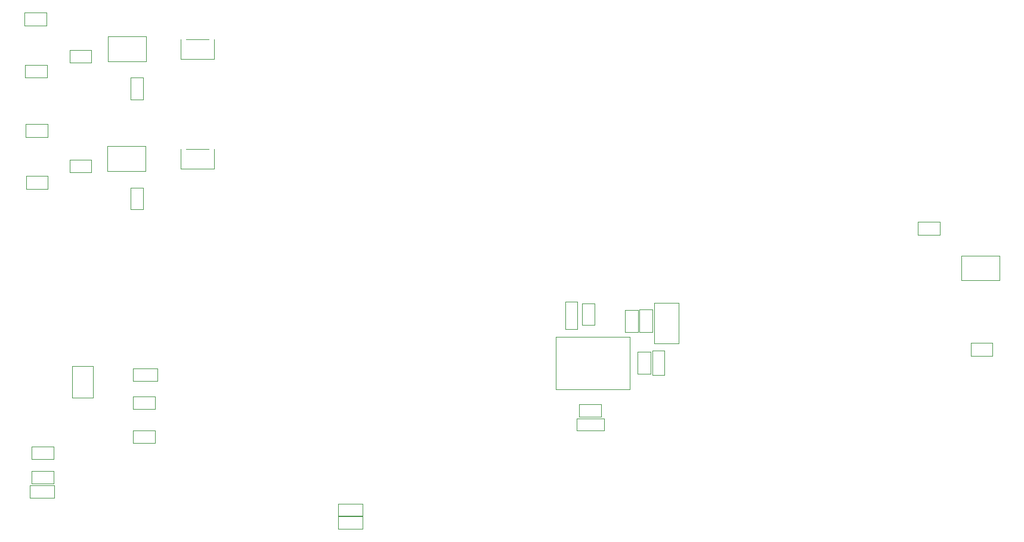
<source format=gbr>
G04 #@! TF.FileFunction,Other,User*
%FSLAX46Y46*%
G04 Gerber Fmt 4.6, Leading zero omitted, Abs format (unit mm)*
G04 Created by KiCad (PCBNEW 4.0.4+e1-6308~48~ubuntu15.10.1-stable) date Thu Mar 22 15:52:19 2018*
%MOMM*%
%LPD*%
G01*
G04 APERTURE LIST*
%ADD10C,0.100000*%
%ADD11C,0.050000*%
G04 APERTURE END LIST*
D10*
D11*
X76997240Y-59390840D02*
X76997240Y-62190840D01*
X72197240Y-62190840D02*
X72197240Y-59390840D01*
X72197240Y-62190840D02*
X76997240Y-62190840D01*
X72997240Y-59390840D02*
X76197240Y-59390840D01*
X76997240Y-43790840D02*
X76997240Y-46590840D01*
X72197240Y-46590840D02*
X72197240Y-43790840D01*
X72197240Y-46590840D02*
X76997240Y-46590840D01*
X72997240Y-43790840D02*
X76197240Y-43790840D01*
X61840000Y-62480000D02*
X67240000Y-62480000D01*
X67240000Y-62480000D02*
X67240000Y-58980000D01*
X67240000Y-58980000D02*
X61840000Y-58980000D01*
X61840000Y-58980000D02*
X61840000Y-62480000D01*
X61890000Y-46890000D02*
X67290000Y-46890000D01*
X67290000Y-46890000D02*
X67290000Y-43390000D01*
X67290000Y-43390000D02*
X61890000Y-43390000D01*
X61890000Y-43390000D02*
X61890000Y-46890000D01*
X183070000Y-78010000D02*
X188470000Y-78010000D01*
X188470000Y-78010000D02*
X188470000Y-74510000D01*
X188470000Y-74510000D02*
X183070000Y-74510000D01*
X183070000Y-74510000D02*
X183070000Y-78010000D01*
X65450000Y-92280000D02*
X68950000Y-92280000D01*
X65450000Y-92280000D02*
X65450000Y-90530000D01*
X68950000Y-90530000D02*
X68950000Y-92280000D01*
X68950000Y-90530000D02*
X65450000Y-90530000D01*
X54307640Y-107120800D02*
X50807640Y-107120800D01*
X54307640Y-107120800D02*
X54307640Y-108870800D01*
X50807640Y-108870800D02*
X50807640Y-107120800D01*
X50807640Y-108870800D02*
X54307640Y-108870800D01*
X94546440Y-113300400D02*
X98046440Y-113300400D01*
X94546440Y-113300400D02*
X94546440Y-111550400D01*
X98046440Y-111550400D02*
X98046440Y-113300400D01*
X98046440Y-111550400D02*
X94546440Y-111550400D01*
X94546440Y-111471600D02*
X98046440Y-111471600D01*
X94546440Y-111471600D02*
X94546440Y-109721600D01*
X98046440Y-109721600D02*
X98046440Y-111471600D01*
X98046440Y-109721600D02*
X94546440Y-109721600D01*
X53150000Y-40000000D02*
X50050000Y-40000000D01*
X53150000Y-40000000D02*
X53150000Y-41800000D01*
X50050000Y-41800000D02*
X50050000Y-40000000D01*
X50050000Y-41800000D02*
X53150000Y-41800000D01*
X53300000Y-55850000D02*
X50200000Y-55850000D01*
X53300000Y-55850000D02*
X53300000Y-57650000D01*
X50200000Y-57650000D02*
X50200000Y-55850000D01*
X50200000Y-57650000D02*
X53300000Y-57650000D01*
X56447240Y-62690840D02*
X59547240Y-62690840D01*
X56447240Y-62690840D02*
X56447240Y-60890840D01*
X59547240Y-60890840D02*
X59547240Y-62690840D01*
X59547240Y-60890840D02*
X56447240Y-60890840D01*
X56447240Y-47090840D02*
X59547240Y-47090840D01*
X56447240Y-47090840D02*
X56447240Y-45290840D01*
X59547240Y-45290840D02*
X59547240Y-47090840D01*
X59547240Y-45290840D02*
X56447240Y-45290840D01*
X66897240Y-67940840D02*
X66897240Y-64840840D01*
X66897240Y-67940840D02*
X65097240Y-67940840D01*
X65097240Y-64840840D02*
X66897240Y-64840840D01*
X65097240Y-64840840D02*
X65097240Y-67940840D01*
X66897240Y-52340840D02*
X66897240Y-49240840D01*
X66897240Y-52340840D02*
X65097240Y-52340840D01*
X65097240Y-49240840D02*
X66897240Y-49240840D01*
X65097240Y-49240840D02*
X65097240Y-52340840D01*
X65450000Y-96300000D02*
X68550000Y-96300000D01*
X65450000Y-96300000D02*
X65450000Y-94500000D01*
X68550000Y-94500000D02*
X68550000Y-96300000D01*
X68550000Y-94500000D02*
X65450000Y-94500000D01*
X68550000Y-99300000D02*
X65450000Y-99300000D01*
X68550000Y-99300000D02*
X68550000Y-101100000D01*
X65450000Y-101100000D02*
X65450000Y-99300000D01*
X65450000Y-101100000D02*
X68550000Y-101100000D01*
X54150000Y-105100000D02*
X51050000Y-105100000D01*
X54150000Y-105100000D02*
X54150000Y-106900000D01*
X51050000Y-106900000D02*
X51050000Y-105100000D01*
X51050000Y-106900000D02*
X54150000Y-106900000D01*
X51050000Y-103400000D02*
X54150000Y-103400000D01*
X51050000Y-103400000D02*
X51050000Y-101600000D01*
X54150000Y-101600000D02*
X54150000Y-103400000D01*
X54150000Y-101600000D02*
X51050000Y-101600000D01*
X184377240Y-88720840D02*
X187477240Y-88720840D01*
X184377240Y-88720840D02*
X184377240Y-86920840D01*
X187477240Y-86920840D02*
X187477240Y-88720840D01*
X187477240Y-86920840D02*
X184377240Y-86920840D01*
X179977240Y-69730840D02*
X176877240Y-69730840D01*
X179977240Y-69730840D02*
X179977240Y-71530840D01*
X176877240Y-71530840D02*
X176877240Y-69730840D01*
X176877240Y-71530840D02*
X179977240Y-71530840D01*
X53350000Y-63200000D02*
X50250000Y-63200000D01*
X53350000Y-63200000D02*
X53350000Y-65000000D01*
X50250000Y-65000000D02*
X50250000Y-63200000D01*
X50250000Y-65000000D02*
X53350000Y-65000000D01*
X53250000Y-47400000D02*
X50150000Y-47400000D01*
X53250000Y-47400000D02*
X53250000Y-49200000D01*
X50150000Y-49200000D02*
X50150000Y-47400000D01*
X50150000Y-49200000D02*
X53250000Y-49200000D01*
X56780000Y-90150000D02*
X56780000Y-94650000D01*
X56780000Y-90150000D02*
X59780000Y-90150000D01*
X59780000Y-94650000D02*
X56780000Y-94650000D01*
X59780000Y-94650000D02*
X59780000Y-90150000D01*
X139453640Y-81224000D02*
X142953640Y-81224000D01*
X142953640Y-81224000D02*
X142953640Y-86924000D01*
X142953640Y-86924000D02*
X139453640Y-86924000D01*
X139453640Y-86924000D02*
X139453640Y-81224000D01*
X139155240Y-87962800D02*
X139155240Y-91462800D01*
X139155240Y-87962800D02*
X140905240Y-87962800D01*
X140905240Y-91462800D02*
X139155240Y-91462800D01*
X140905240Y-91462800D02*
X140905240Y-87962800D01*
X139207240Y-85369200D02*
X139207240Y-82169200D01*
X139207240Y-82169200D02*
X137307240Y-82169200D01*
X137307240Y-85369200D02*
X137307240Y-82169200D01*
X139207240Y-85369200D02*
X137307240Y-85369200D01*
X132333240Y-99351200D02*
X132333240Y-97651200D01*
X132333240Y-97651200D02*
X128433240Y-97651200D01*
X128433240Y-97651200D02*
X128433240Y-99351200D01*
X128433240Y-99351200D02*
X132333240Y-99351200D01*
X126840840Y-84906400D02*
X128540840Y-84906400D01*
X128540840Y-84906400D02*
X128540840Y-81006400D01*
X128540840Y-81006400D02*
X126840840Y-81006400D01*
X126840840Y-81006400D02*
X126840840Y-84906400D01*
X137125240Y-85319200D02*
X137125240Y-82219200D01*
X137125240Y-85319200D02*
X135325240Y-85319200D01*
X135325240Y-82219200D02*
X137125240Y-82219200D01*
X135325240Y-82219200D02*
X135325240Y-85319200D01*
X128782440Y-97420000D02*
X131882440Y-97420000D01*
X128782440Y-97420000D02*
X128782440Y-95620000D01*
X131882440Y-95620000D02*
X131882440Y-97420000D01*
X131882440Y-95620000D02*
X128782440Y-95620000D01*
X138903240Y-91262800D02*
X138903240Y-88162800D01*
X138903240Y-91262800D02*
X137103240Y-91262800D01*
X137103240Y-88162800D02*
X138903240Y-88162800D01*
X137103240Y-88162800D02*
X137103240Y-91262800D01*
X129178440Y-81254000D02*
X129178440Y-84354000D01*
X129178440Y-81254000D02*
X130978440Y-81254000D01*
X130978440Y-84354000D02*
X129178440Y-84354000D01*
X130978440Y-84354000D02*
X130978440Y-81254000D01*
X135938040Y-93463600D02*
X125438040Y-93463600D01*
X135938040Y-86063600D02*
X125438040Y-86063600D01*
X135938040Y-93463600D02*
X135938040Y-86063600D01*
X125438040Y-93463600D02*
X125438040Y-86063600D01*
M02*

</source>
